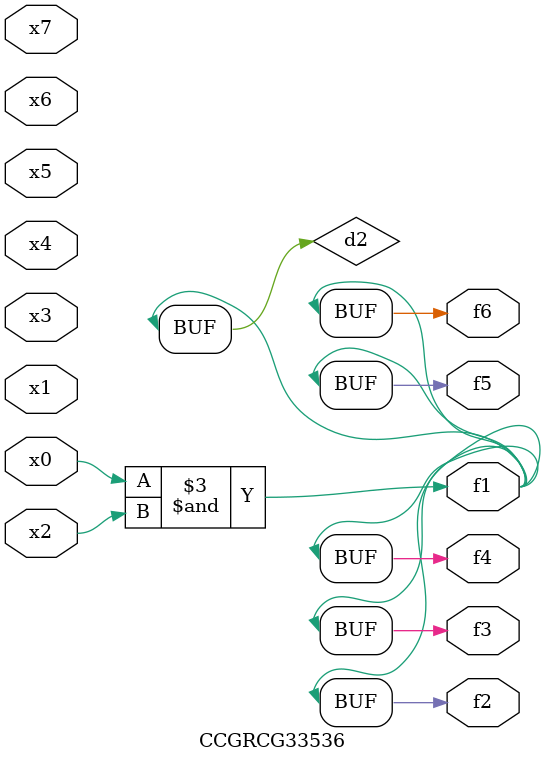
<source format=v>
module CCGRCG33536(
	input x0, x1, x2, x3, x4, x5, x6, x7,
	output f1, f2, f3, f4, f5, f6
);

	wire d1, d2;

	nor (d1, x3, x6);
	and (d2, x0, x2);
	assign f1 = d2;
	assign f2 = d2;
	assign f3 = d2;
	assign f4 = d2;
	assign f5 = d2;
	assign f6 = d2;
endmodule

</source>
